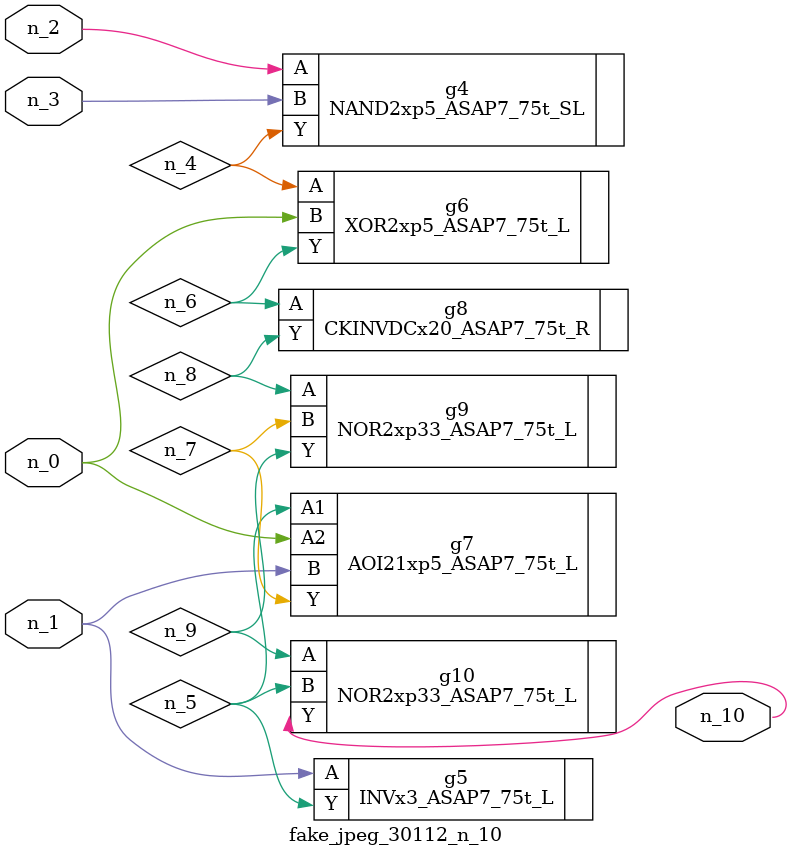
<source format=v>
module fake_jpeg_30112_n_10 (n_0, n_3, n_2, n_1, n_10);

input n_0;
input n_3;
input n_2;
input n_1;

output n_10;

wire n_4;
wire n_8;
wire n_9;
wire n_6;
wire n_5;
wire n_7;

NAND2xp5_ASAP7_75t_SL g4 ( 
.A(n_2),
.B(n_3),
.Y(n_4)
);

INVx3_ASAP7_75t_L g5 ( 
.A(n_1),
.Y(n_5)
);

XOR2xp5_ASAP7_75t_L g6 ( 
.A(n_4),
.B(n_0),
.Y(n_6)
);

CKINVDCx20_ASAP7_75t_R g8 ( 
.A(n_6),
.Y(n_8)
);

AOI21xp5_ASAP7_75t_L g7 ( 
.A1(n_5),
.A2(n_0),
.B(n_1),
.Y(n_7)
);

NOR2xp33_ASAP7_75t_L g9 ( 
.A(n_8),
.B(n_7),
.Y(n_9)
);

NOR2xp33_ASAP7_75t_L g10 ( 
.A(n_9),
.B(n_5),
.Y(n_10)
);


endmodule
</source>
